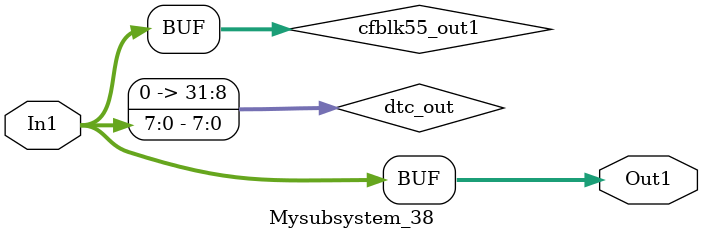
<source format=v>



`timescale 1 ns / 1 ns

module Mysubsystem_38
          (In1,
           Out1);


  input   [7:0] In1;  // ufix8_En7
  output  [7:0] Out1;  // ufix8_En7


  wire [31:0] dtc_out;  // ufix32_En7
  wire [7:0] cfblk55_out1;  // ufix8_En7


  assign dtc_out = {24'b0, In1};



  assign cfblk55_out1 = dtc_out[7:0];



  assign Out1 = cfblk55_out1;

endmodule  // Mysubsystem_38


</source>
